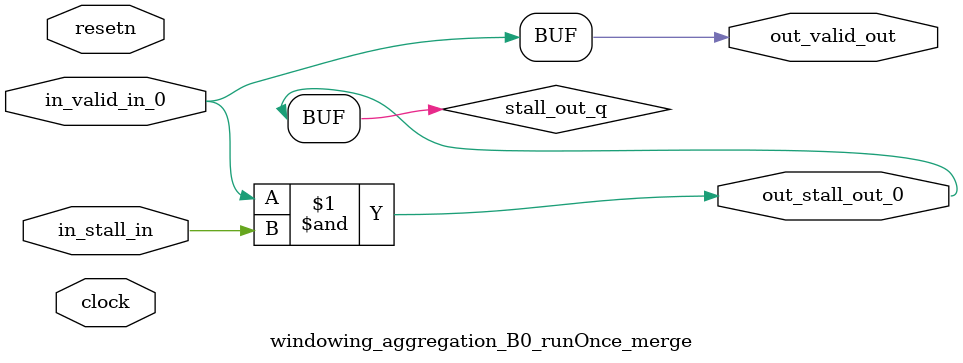
<source format=sv>



(* altera_attribute = "-name AUTO_SHIFT_REGISTER_RECOGNITION OFF; -name MESSAGE_DISABLE 10036; -name MESSAGE_DISABLE 10037; -name MESSAGE_DISABLE 14130; -name MESSAGE_DISABLE 14320; -name MESSAGE_DISABLE 15400; -name MESSAGE_DISABLE 14130; -name MESSAGE_DISABLE 10036; -name MESSAGE_DISABLE 12020; -name MESSAGE_DISABLE 12030; -name MESSAGE_DISABLE 12010; -name MESSAGE_DISABLE 12110; -name MESSAGE_DISABLE 14320; -name MESSAGE_DISABLE 13410; -name MESSAGE_DISABLE 113007; -name MESSAGE_DISABLE 10958" *)
module windowing_aggregation_B0_runOnce_merge (
    input wire [0:0] in_stall_in,
    input wire [0:0] in_valid_in_0,
    output wire [0:0] out_stall_out_0,
    output wire [0:0] out_valid_out,
    input wire clock,
    input wire resetn
    );

    wire [0:0] stall_out_q;


    // stall_out(LOGICAL,6)
    assign stall_out_q = in_valid_in_0 & in_stall_in;

    // out_stall_out_0(GPOUT,4)
    assign out_stall_out_0 = stall_out_q;

    // out_valid_out(GPOUT,5)
    assign out_valid_out = in_valid_in_0;

endmodule

</source>
